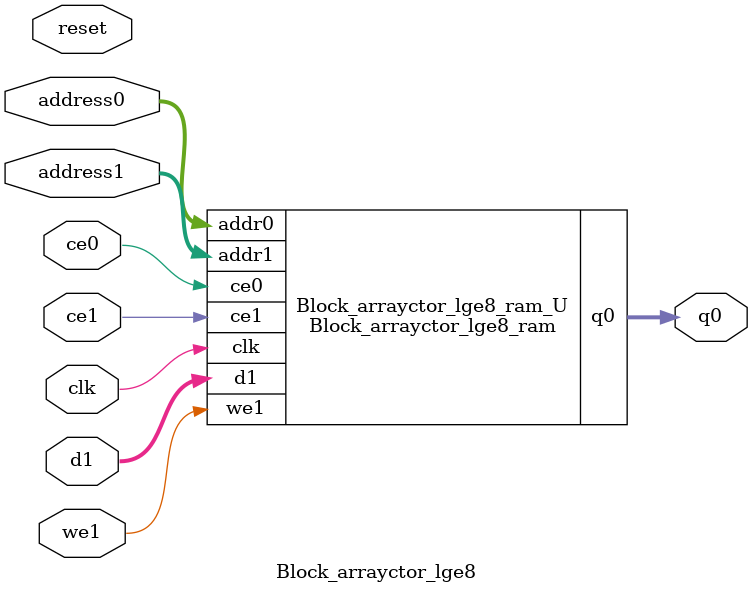
<source format=v>
`timescale 1 ns / 1 ps
module Block_arrayctor_lge8_ram (addr0, ce0, q0, addr1, ce1, d1, we1,  clk);

parameter DWIDTH = 5;
parameter AWIDTH = 6;
parameter MEM_SIZE = 64;

input[AWIDTH-1:0] addr0;
input ce0;
output reg[DWIDTH-1:0] q0;
input[AWIDTH-1:0] addr1;
input ce1;
input[DWIDTH-1:0] d1;
input we1;
input clk;

(* ram_style = "distributed" *)reg [DWIDTH-1:0] ram[0:MEM_SIZE-1];




always @(posedge clk)  
begin 
    if (ce0) begin
        q0 <= ram[addr0];
    end
end


always @(posedge clk)  
begin 
    if (ce1) begin
        if (we1) 
            ram[addr1] <= d1; 
    end
end


endmodule

`timescale 1 ns / 1 ps
module Block_arrayctor_lge8(
    reset,
    clk,
    address0,
    ce0,
    q0,
    address1,
    ce1,
    we1,
    d1);

parameter DataWidth = 32'd5;
parameter AddressRange = 32'd64;
parameter AddressWidth = 32'd6;
input reset;
input clk;
input[AddressWidth - 1:0] address0;
input ce0;
output[DataWidth - 1:0] q0;
input[AddressWidth - 1:0] address1;
input ce1;
input we1;
input[DataWidth - 1:0] d1;



Block_arrayctor_lge8_ram Block_arrayctor_lge8_ram_U(
    .clk( clk ),
    .addr0( address0 ),
    .ce0( ce0 ),
    .q0( q0 ),
    .addr1( address1 ),
    .ce1( ce1 ),
    .we1( we1 ),
    .d1( d1 ));

endmodule


</source>
